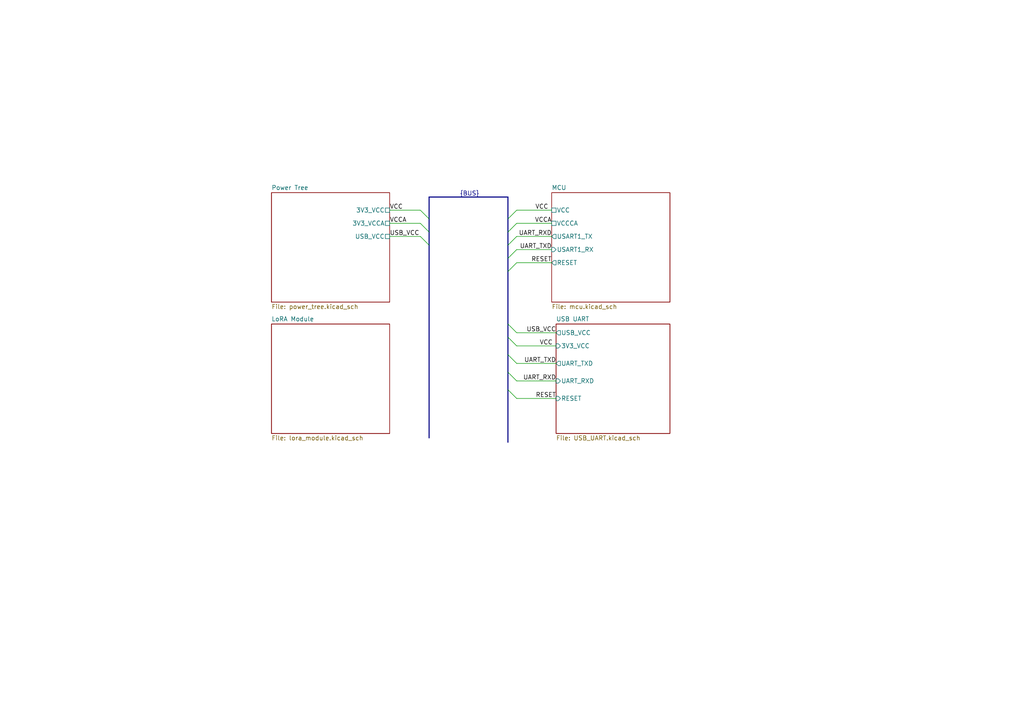
<source format=kicad_sch>
(kicad_sch
	(version 20250114)
	(generator "eeschema")
	(generator_version "9.0")
	(uuid "01550cd7-b424-469c-925b-c370f3609cd4")
	(paper "A4")
	(lib_symbols)
	(bus_alias "BUS"
		(members "VCC " "VCCA" "UART_TXD" "UART_RXD" "USB_VCC" "RESET")
	)
	(bus_entry
		(at 124.46 67.31)
		(size -2.54 -2.54)
		(stroke
			(width 0)
			(type default)
		)
		(uuid "2738f141-1645-4ad5-a477-fd9257e768f9")
	)
	(bus_entry
		(at 147.32 74.93)
		(size 2.54 -2.54)
		(stroke
			(width 0)
			(type default)
		)
		(uuid "2a321a8e-f506-4f1c-8b7e-8d32dde068d1")
	)
	(bus_entry
		(at 124.46 71.12)
		(size -2.54 -2.54)
		(stroke
			(width 0)
			(type default)
		)
		(uuid "2c225b3d-6333-4d55-8965-f7c54c2379a3")
	)
	(bus_entry
		(at 124.46 63.5)
		(size -2.54 -2.54)
		(stroke
			(width 0)
			(type default)
		)
		(uuid "3bfede51-80d7-4e55-939c-84b0b23433ab")
	)
	(bus_entry
		(at 147.32 107.95)
		(size 2.54 2.54)
		(stroke
			(width 0)
			(type default)
		)
		(uuid "46767e73-bdcc-4040-a296-a2579c23a17b")
	)
	(bus_entry
		(at 147.32 97.79)
		(size 2.54 2.54)
		(stroke
			(width 0)
			(type default)
		)
		(uuid "57b0a374-3e15-498a-9811-2721fcb60a04")
	)
	(bus_entry
		(at 147.32 63.5)
		(size 2.54 -2.54)
		(stroke
			(width 0)
			(type default)
		)
		(uuid "5ce23706-9df5-4a7b-8265-40845c4d85c3")
	)
	(bus_entry
		(at 147.32 113.03)
		(size 2.54 2.54)
		(stroke
			(width 0)
			(type default)
		)
		(uuid "64f0d274-9f84-4f28-9bb4-7dd5f2085585")
	)
	(bus_entry
		(at 147.32 67.31)
		(size 2.54 -2.54)
		(stroke
			(width 0)
			(type default)
		)
		(uuid "69263ba3-b30b-4b16-9cbb-722e6bf19a15")
	)
	(bus_entry
		(at 147.32 71.12)
		(size 2.54 -2.54)
		(stroke
			(width 0)
			(type default)
		)
		(uuid "71090b36-fc0e-467f-be09-081a0bc58a53")
	)
	(bus_entry
		(at 147.32 102.87)
		(size 2.54 2.54)
		(stroke
			(width 0)
			(type default)
		)
		(uuid "92884432-44eb-4f8d-8314-f71d82b08582")
	)
	(bus_entry
		(at 147.32 78.74)
		(size 2.54 -2.54)
		(stroke
			(width 0)
			(type default)
		)
		(uuid "b8a52deb-b9f3-4dce-a96d-90efc6da25a5")
	)
	(bus_entry
		(at 147.32 93.98)
		(size 2.54 2.54)
		(stroke
			(width 0)
			(type default)
		)
		(uuid "ca5cc7b8-0e47-4884-8095-582164dfd7f3")
	)
	(bus
		(pts
			(xy 147.32 67.31) (xy 147.32 71.12)
		)
		(stroke
			(width 0)
			(type default)
		)
		(uuid "00c7b0ad-a963-422e-bbab-4991f6f935b6")
	)
	(bus
		(pts
			(xy 147.32 97.79) (xy 147.32 102.87)
		)
		(stroke
			(width 0)
			(type default)
		)
		(uuid "0cd7215b-1862-4136-b7aa-c1dc57958fac")
	)
	(wire
		(pts
			(xy 121.92 64.77) (xy 113.03 64.77)
		)
		(stroke
			(width 0)
			(type default)
		)
		(uuid "1141cd82-f07b-4dd1-b927-dc4fa73f2b82")
	)
	(bus
		(pts
			(xy 124.46 63.5) (xy 124.46 57.15)
		)
		(stroke
			(width 0)
			(type default)
		)
		(uuid "2729086d-d5c3-435f-a177-23330d7c22ac")
	)
	(bus
		(pts
			(xy 124.46 71.12) (xy 124.46 127)
		)
		(stroke
			(width 0)
			(type default)
		)
		(uuid "2f37f946-ca5f-4918-9559-71cc88b68634")
	)
	(wire
		(pts
			(xy 149.86 100.33) (xy 161.29 100.33)
		)
		(stroke
			(width 0)
			(type default)
		)
		(uuid "31f13dfd-2b35-4185-8562-fd362a46af4f")
	)
	(bus
		(pts
			(xy 147.32 78.74) (xy 147.32 93.98)
		)
		(stroke
			(width 0)
			(type default)
		)
		(uuid "3d065abe-a774-45d7-baf7-28faccaa8832")
	)
	(bus
		(pts
			(xy 124.46 67.31) (xy 124.46 71.12)
		)
		(stroke
			(width 0)
			(type default)
		)
		(uuid "49695ebb-cc86-42b1-b5f7-e0c2d6d7a34f")
	)
	(wire
		(pts
			(xy 121.92 60.96) (xy 113.03 60.96)
		)
		(stroke
			(width 0)
			(type default)
		)
		(uuid "4d15f9cc-e9f1-4fa9-a489-611b183b97d0")
	)
	(bus
		(pts
			(xy 147.32 57.15) (xy 147.32 63.5)
		)
		(stroke
			(width 0)
			(type default)
		)
		(uuid "4fd90bd8-1639-4e42-a7ae-9557ace81744")
	)
	(wire
		(pts
			(xy 149.86 60.96) (xy 160.02 60.96)
		)
		(stroke
			(width 0)
			(type default)
		)
		(uuid "53abe7c9-26f7-471b-8b30-0ec648e089e5")
	)
	(wire
		(pts
			(xy 121.92 68.58) (xy 113.03 68.58)
		)
		(stroke
			(width 0)
			(type default)
		)
		(uuid "58f23c5f-9fde-4b27-9556-686c77b0e3d3")
	)
	(wire
		(pts
			(xy 149.86 72.39) (xy 160.02 72.39)
		)
		(stroke
			(width 0)
			(type default)
		)
		(uuid "5e719543-36f4-4bae-88c2-abdaaad6d8f9")
	)
	(bus
		(pts
			(xy 124.46 57.15) (xy 147.32 57.15)
		)
		(stroke
			(width 0)
			(type default)
		)
		(uuid "5f33a242-6c1a-4d9e-bf0e-b0ffdd784e69")
	)
	(bus
		(pts
			(xy 147.32 71.12) (xy 147.32 74.93)
		)
		(stroke
			(width 0)
			(type default)
		)
		(uuid "648ccb8f-1ed8-4024-938e-6c98273fcc85")
	)
	(wire
		(pts
			(xy 149.86 64.77) (xy 160.02 64.77)
		)
		(stroke
			(width 0)
			(type default)
		)
		(uuid "66696df8-2938-4935-be40-7099ad52ffb8")
	)
	(bus
		(pts
			(xy 147.32 113.03) (xy 147.32 128.27)
		)
		(stroke
			(width 0)
			(type default)
		)
		(uuid "87f81104-e964-4015-9dc2-774129825d0f")
	)
	(wire
		(pts
			(xy 149.86 76.2) (xy 160.02 76.2)
		)
		(stroke
			(width 0)
			(type default)
		)
		(uuid "9a1418d7-0ba3-4af3-9207-8dc2cb9206c5")
	)
	(bus
		(pts
			(xy 124.46 67.31) (xy 124.46 63.5)
		)
		(stroke
			(width 0)
			(type default)
		)
		(uuid "a0a2ea45-28b0-4c9f-84f3-10624f6320d7")
	)
	(wire
		(pts
			(xy 149.86 96.52) (xy 161.29 96.52)
		)
		(stroke
			(width 0)
			(type default)
		)
		(uuid "ab8f34ee-5f23-4998-8e79-e276cff4b3a7")
	)
	(bus
		(pts
			(xy 147.32 63.5) (xy 147.32 67.31)
		)
		(stroke
			(width 0)
			(type default)
		)
		(uuid "b5696688-85c1-4e98-9bf9-465097ac68e4")
	)
	(bus
		(pts
			(xy 147.32 102.87) (xy 147.32 107.95)
		)
		(stroke
			(width 0)
			(type default)
		)
		(uuid "b903178a-4183-4c91-99e0-e5fbbeb58515")
	)
	(wire
		(pts
			(xy 149.86 115.57) (xy 161.29 115.57)
		)
		(stroke
			(width 0)
			(type default)
		)
		(uuid "c5289e4b-a1e2-4d75-a19f-18c011b0d8d4")
	)
	(wire
		(pts
			(xy 149.86 68.58) (xy 160.02 68.58)
		)
		(stroke
			(width 0)
			(type default)
		)
		(uuid "c93a36a8-8450-42de-bf36-4693abc571a4")
	)
	(wire
		(pts
			(xy 149.86 105.41) (xy 161.29 105.41)
		)
		(stroke
			(width 0)
			(type default)
		)
		(uuid "cd1d2537-e45a-4738-ab83-a6e92c78a2d4")
	)
	(wire
		(pts
			(xy 149.86 110.49) (xy 161.29 110.49)
		)
		(stroke
			(width 0)
			(type default)
		)
		(uuid "e73d78c8-7f10-44c8-b131-8ad3530a5fea")
	)
	(bus
		(pts
			(xy 147.32 74.93) (xy 147.32 78.74)
		)
		(stroke
			(width 0)
			(type default)
		)
		(uuid "ecbf442e-4b4b-4559-8c70-513aaf6f2367")
	)
	(bus
		(pts
			(xy 147.32 93.98) (xy 147.32 97.79)
		)
		(stroke
			(width 0)
			(type default)
		)
		(uuid "ef9c4b64-bb14-4b9e-a518-cebb359f13fc")
	)
	(bus
		(pts
			(xy 147.32 107.95) (xy 147.32 113.03)
		)
		(stroke
			(width 0)
			(type default)
		)
		(uuid "f034d32a-1490-4915-b13a-f6167f54a09a")
	)
	(label "UART_RXD"
		(at 161.29 110.49 180)
		(effects
			(font
				(size 1.27 1.27)
			)
			(justify right bottom)
		)
		(uuid "06a0e1f0-4df2-435c-86e0-e3c63aec5e29")
	)
	(label "RESET"
		(at 160.02 76.2 180)
		(effects
			(font
				(size 1.27 1.27)
			)
			(justify right bottom)
		)
		(uuid "0f1d3858-191c-4894-9eab-8d6851bb4f40")
	)
	(label "VCC "
		(at 113.03 60.96 0)
		(effects
			(font
				(size 1.27 1.27)
			)
			(justify left bottom)
		)
		(uuid "10eedda6-d548-42f3-8fd2-047ac8260ff8")
	)
	(label "RESET"
		(at 161.29 115.57 180)
		(effects
			(font
				(size 1.27 1.27)
			)
			(justify right bottom)
		)
		(uuid "1fdb346e-9e93-4d20-8456-1c0e1e99e2f2")
	)
	(label "UART_TXD"
		(at 160.02 72.39 180)
		(effects
			(font
				(size 1.27 1.27)
			)
			(justify right bottom)
		)
		(uuid "288a77ce-b1f2-4ea0-9bd2-8eb367f58318")
	)
	(label "USB_VCC"
		(at 161.29 96.52 180)
		(effects
			(font
				(size 1.27 1.27)
			)
			(justify right bottom)
		)
		(uuid "325f723a-298d-41c3-82ca-366b3e796197")
	)
	(label "{BUS}"
		(at 133.35 57.15 0)
		(effects
			(font
				(size 1.27 1.27)
			)
			(justify left bottom)
		)
		(uuid "3478ce2b-77ab-43b1-b4d9-55df0e02803d")
	)
	(label "USB_VCC"
		(at 113.03 68.58 0)
		(effects
			(font
				(size 1.27 1.27)
			)
			(justify left bottom)
		)
		(uuid "4d5e0253-59d0-4bd5-a052-fcc12b8315f8")
	)
	(label "UART_RXD"
		(at 160.02 68.58 180)
		(effects
			(font
				(size 1.27 1.27)
			)
			(justify right bottom)
		)
		(uuid "66f0e338-4c75-48b8-a194-8c638ee167b6")
	)
	(label "VCC "
		(at 160.02 60.96 180)
		(effects
			(font
				(size 1.27 1.27)
			)
			(justify right bottom)
		)
		(uuid "9be7556e-95f0-449b-90fd-2d444ce9e89d")
	)
	(label "VCC "
		(at 161.29 100.33 180)
		(effects
			(font
				(size 1.27 1.27)
			)
			(justify right bottom)
		)
		(uuid "a62e59b2-d0c1-424b-93c8-3b1e8d46c582")
	)
	(label "VCCA"
		(at 113.03 64.77 0)
		(effects
			(font
				(size 1.27 1.27)
			)
			(justify left bottom)
		)
		(uuid "b4a36359-5148-4be6-a07a-dd801a361790")
	)
	(label "UART_TXD"
		(at 161.29 105.41 180)
		(effects
			(font
				(size 1.27 1.27)
			)
			(justify right bottom)
		)
		(uuid "f4184472-4e53-47a8-a434-560161f10e7c")
	)
	(label "VCCA"
		(at 160.02 64.77 180)
		(effects
			(font
				(size 1.27 1.27)
			)
			(justify right bottom)
		)
		(uuid "fdc0fe38-817f-40bf-b312-cbd809ce683a")
	)
	(sheet
		(at 78.74 93.98)
		(size 34.29 31.75)
		(exclude_from_sim no)
		(in_bom yes)
		(on_board yes)
		(dnp no)
		(fields_autoplaced yes)
		(stroke
			(width 0.1524)
			(type solid)
		)
		(fill
			(color 0 0 0 0.0000)
		)
		(uuid "2dab47df-4ca4-4373-b48e-0efc8c61f605")
		(property "Sheetname" "LoRA Module"
			(at 78.74 93.2684 0)
			(effects
				(font
					(size 1.27 1.27)
				)
				(justify left bottom)
			)
		)
		(property "Sheetfile" "lora_module.kicad_sch"
			(at 78.74 126.3146 0)
			(effects
				(font
					(size 1.27 1.27)
				)
				(justify left top)
			)
		)
		(instances
			(project "HW"
				(path "/01550cd7-b424-469c-925b-c370f3609cd4"
					(page "2")
				)
			)
		)
	)
	(sheet
		(at 78.74 55.88)
		(size 34.29 31.75)
		(exclude_from_sim no)
		(in_bom yes)
		(on_board yes)
		(dnp no)
		(fields_autoplaced yes)
		(stroke
			(width 0.1524)
			(type solid)
		)
		(fill
			(color 0 0 0 0.0000)
		)
		(uuid "360b299b-84d8-4d26-8110-4c6e53cc9fa4")
		(property "Sheetname" "Power Tree"
			(at 78.74 55.1684 0)
			(effects
				(font
					(size 1.27 1.27)
				)
				(justify left bottom)
			)
		)
		(property "Sheetfile" "power_tree.kicad_sch"
			(at 78.74 88.2146 0)
			(effects
				(font
					(size 1.27 1.27)
				)
				(justify left top)
			)
		)
		(pin "3V3_VCC" passive
			(at 113.03 60.96 0)
			(uuid "0cec6859-1259-458d-8f6e-e26c4dc22c80")
			(effects
				(font
					(size 1.27 1.27)
				)
				(justify right)
			)
		)
		(pin "3V3_VCCA" passive
			(at 113.03 64.77 0)
			(uuid "9cbd90bc-64b5-486e-b264-1509175741c7")
			(effects
				(font
					(size 1.27 1.27)
				)
				(justify right)
			)
		)
		(pin "USB_VCC" passive
			(at 113.03 68.58 0)
			(uuid "c5c74bf2-8f76-4298-993d-76c49a3498ef")
			(effects
				(font
					(size 1.27 1.27)
				)
				(justify right)
			)
		)
		(instances
			(project "HW"
				(path "/01550cd7-b424-469c-925b-c370f3609cd4"
					(page "4")
				)
			)
		)
	)
	(sheet
		(at 161.29 93.98)
		(size 33.02 31.75)
		(exclude_from_sim no)
		(in_bom yes)
		(on_board yes)
		(dnp no)
		(fields_autoplaced yes)
		(stroke
			(width 0.1524)
			(type solid)
		)
		(fill
			(color 0 0 0 0.0000)
		)
		(uuid "b4895c98-2d65-46cb-a7d2-9672cea4def2")
		(property "Sheetname" "USB UART"
			(at 161.29 93.2684 0)
			(effects
				(font
					(size 1.27 1.27)
				)
				(justify left bottom)
			)
		)
		(property "Sheetfile" "USB_UART.kicad_sch"
			(at 161.29 126.3146 0)
			(effects
				(font
					(size 1.27 1.27)
				)
				(justify left top)
			)
		)
		(pin "3V3_VCC" input
			(at 161.29 100.33 180)
			(uuid "86cdc8e4-0aee-4941-affa-aa63c95b4252")
			(effects
				(font
					(size 1.27 1.27)
				)
				(justify left)
			)
		)
		(pin "USB_VCC" output
			(at 161.29 96.52 180)
			(uuid "35e89646-7621-414f-8af6-99a73da78d6d")
			(effects
				(font
					(size 1.27 1.27)
				)
				(justify left)
			)
		)
		(pin "UART_RXD" input
			(at 161.29 110.49 180)
			(uuid "3563ee22-b6ab-4804-9cf4-8bf0529be6c3")
			(effects
				(font
					(size 1.27 1.27)
				)
				(justify left)
			)
		)
		(pin "UART_TXD" output
			(at 161.29 105.41 180)
			(uuid "9f13a2cc-3a2d-44b4-86e8-06f1620e8fd1")
			(effects
				(font
					(size 1.27 1.27)
				)
				(justify left)
			)
		)
		(pin "RESET" input
			(at 161.29 115.57 180)
			(uuid "fe822fd3-8af3-459a-9361-ddcccf94c05d")
			(effects
				(font
					(size 1.27 1.27)
				)
				(justify left)
			)
		)
		(instances
			(project "HW"
				(path "/01550cd7-b424-469c-925b-c370f3609cd4"
					(page "5")
				)
			)
		)
	)
	(sheet
		(at 160.02 55.88)
		(size 34.29 31.75)
		(exclude_from_sim no)
		(in_bom yes)
		(on_board yes)
		(dnp no)
		(fields_autoplaced yes)
		(stroke
			(width 0.1524)
			(type solid)
		)
		(fill
			(color 0 0 0 0.0000)
		)
		(uuid "edb1e4c3-83a3-4443-aa4b-0e758d3bea47")
		(property "Sheetname" "MCU"
			(at 160.02 55.1684 0)
			(effects
				(font
					(size 1.27 1.27)
				)
				(justify left bottom)
			)
		)
		(property "Sheetfile" "mcu.kicad_sch"
			(at 160.02 88.2146 0)
			(effects
				(font
					(size 1.27 1.27)
				)
				(justify left top)
			)
		)
		(pin "USART1_TX" output
			(at 160.02 68.58 180)
			(uuid "92b58b44-b604-4668-a482-763cd062249d")
			(effects
				(font
					(size 1.27 1.27)
				)
				(justify left)
			)
		)
		(pin "USART1_RX" input
			(at 160.02 72.39 180)
			(uuid "adecbd38-3841-4fa6-ab6c-21ea6721c5aa")
			(effects
				(font
					(size 1.27 1.27)
				)
				(justify left)
			)
		)
		(pin "RESET" output
			(at 160.02 76.2 180)
			(uuid "41ff4177-18ab-44ec-beee-4c6138f15007")
			(effects
				(font
					(size 1.27 1.27)
				)
				(justify left)
			)
		)
		(pin "VCC" passive
			(at 160.02 60.96 180)
			(uuid "6d511e74-9b46-4639-8a80-5b1293097b1e")
			(effects
				(font
					(size 1.27 1.27)
				)
				(justify left)
			)
		)
		(pin "VCCCA" passive
			(at 160.02 64.77 180)
			(uuid "048c4acd-d489-4db0-8b95-31ace6b9a6ce")
			(effects
				(font
					(size 1.27 1.27)
				)
				(justify left)
			)
		)
		(instances
			(project "HW"
				(path "/01550cd7-b424-469c-925b-c370f3609cd4"
					(page "3")
				)
			)
		)
	)
	(sheet_instances
		(path "/"
			(page "1")
		)
	)
	(embedded_fonts no)
)

</source>
